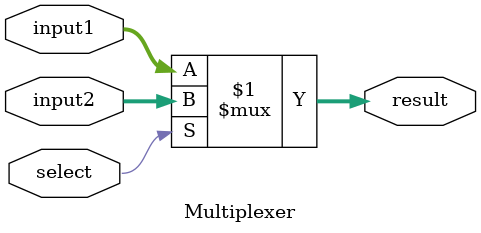
<source format=v>
`timescale 1ns / 1ps

module Multiplexer

	#(parameter data_bits = 16)

	(input select,
	 input [data_bits - 1:0] input1,
	 input [data_bits - 1:0] input2,
	 output [data_bits - 1:0] result
    );
	 
	assign result = (select) ? input2 : input1;

endmodule

</source>
